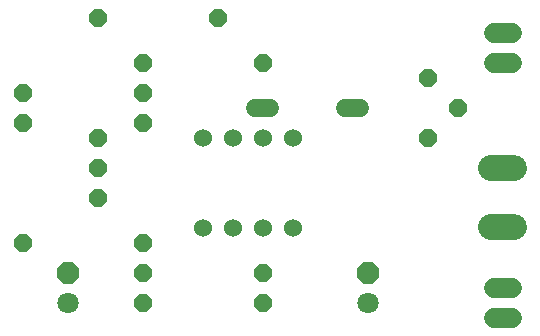
<source format=gts>
G75*
%MOIN*%
%OFA0B0*%
%FSLAX24Y24*%
%IPPOS*%
%LPD*%
%AMOC8*
5,1,8,0,0,1.08239X$1,22.5*
%
%ADD10C,0.0600*%
%ADD11OC8,0.0600*%
%ADD12C,0.0600*%
%ADD13OC8,0.0710*%
%ADD14C,0.0710*%
%ADD15C,0.0680*%
%ADD16C,0.0860*%
D10*
X008145Y006440D03*
X009145Y006440D03*
X010145Y006440D03*
X011145Y006440D03*
X011145Y009440D03*
X010145Y009440D03*
X009145Y009440D03*
X008145Y009440D03*
D11*
X006145Y009940D03*
X006145Y010940D03*
X006145Y011940D03*
X004645Y013440D03*
X002145Y010940D03*
X002145Y009940D03*
X004645Y009440D03*
X004645Y008440D03*
X004645Y007440D03*
X006145Y005940D03*
X006145Y004940D03*
X006145Y003940D03*
X010145Y003940D03*
X010145Y004940D03*
X015645Y009440D03*
X016645Y010440D03*
X015645Y011440D03*
X010145Y011940D03*
X008645Y013440D03*
X002145Y005940D03*
D12*
X009885Y010440D02*
X010405Y010440D01*
X012885Y010440D02*
X013405Y010440D01*
D13*
X013645Y004940D03*
X003645Y004940D03*
D14*
X003645Y003940D03*
X013645Y003940D03*
D15*
X017845Y004440D02*
X018445Y004440D01*
X018445Y003440D02*
X017845Y003440D01*
X017845Y011940D02*
X018445Y011940D01*
X018445Y012940D02*
X017845Y012940D01*
D16*
X017755Y008430D02*
X018535Y008430D01*
X018535Y006450D02*
X017755Y006450D01*
M02*

</source>
